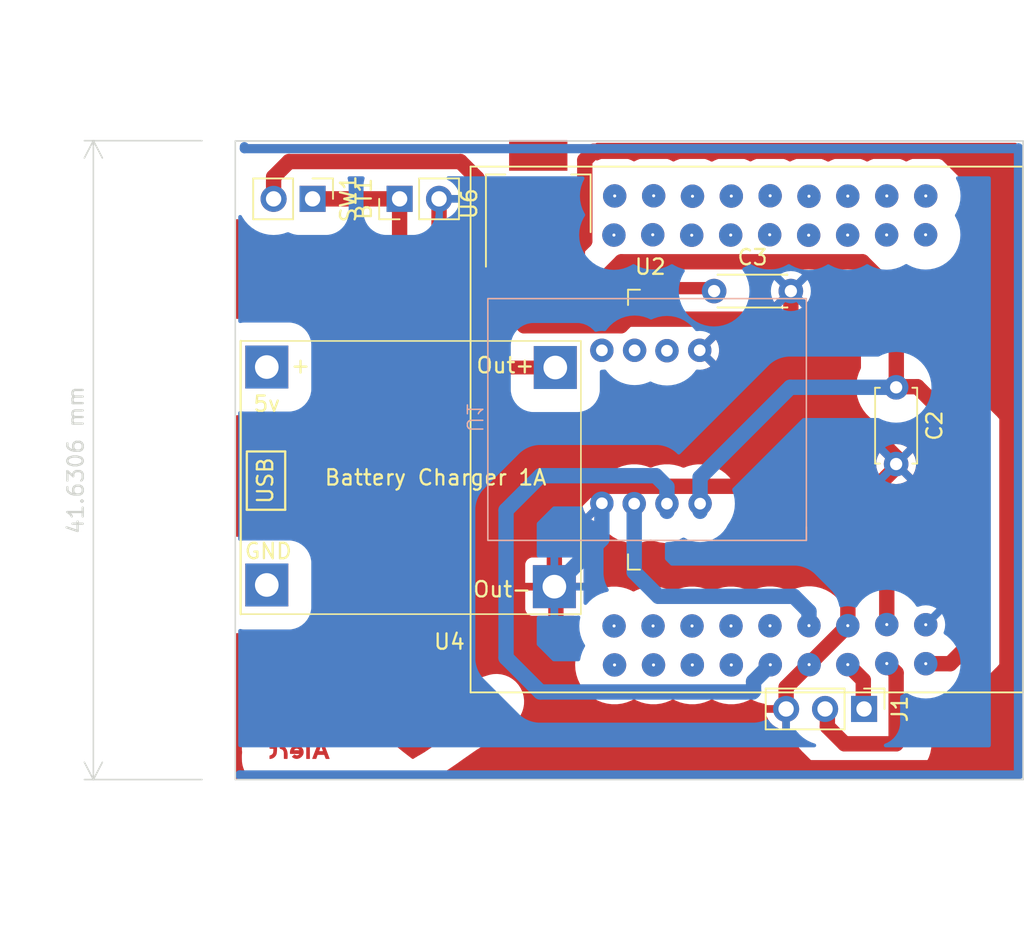
<source format=kicad_pcb>
(kicad_pcb (version 20221018) (generator pcbnew)
  (layers (0 "F.Cu" signal) (31 "B.Cu" signal) (34 "B.Paste" user) (35 "F.Paste" user) (36 "B.SilkS" user "B.Silkscreen") (37 "F.SilkS" user "F.Silkscreen") (38 "B.Mask" user) (39 "F.Mask" user) (44 "Edge.Cuts" user))
  (net 0 "")
  (net 1 "VDD")
  (net 2 "GNDREF")
  (net 15 "SCK")
  (net 16 "SDA")
  (net 25 "Net-(J1-Pin_2)")
  (net 26 "Net-(J1-Pin_1)")
  (net 27 "PWR")
  (net 36 "Net-(U6-VI)")
  (footprint "Connector_PinHeader_2.54mm:PinHeader_1x02_P2.54mm_Vertical" (layer "F.Cu") (at 118.475 47.51 -90)
    (fp_text reference "SW1")
    (fp_text value "SW_DIP_x01")
  )
  (footprint "TP 4056 18650:TP4056-18650" (layer "F.Cu") (at 113.79 56.77)
    (fp_text reference "U4")
    (fp_text value "TP4056")
  )
  (footprint "Capacitor_THT:C_Disc_D4.7mm_W2.5mm_P5.00mm" (layer "F.Cu") (at 156.5 59.79 -90)
    (fp_text reference "C2")
    (fp_text value "10u")
  )
  (footprint "MAX30102:logo alt AeroAlert" (layer "F.Cu") (at 122.570505 82.148041)
    (fp_text reference "G***" hide)
    (fp_text value "LOGO" hide)
  )
  (footprint "Package_TO_SOT_SMD:SOT-223" (layer "F.Cu") (at 133.18 47.83 90)
    (fp_text reference "U6")
    (fp_text value "LM1117DT-3.3")
  )
  (footprint "Capacitor_THT:C_Disc_D4.3mm_W1.9mm_P5.00mm" (layer "F.Cu") (at 144.64 53.52)
    (fp_text reference "C3")
    (fp_text value "10u")
  )
  (footprint "RF_Module:ESP32-WROOM-32" (layer "F.Cu") (at 148.91 62.55 -90)
    (fp_text reference "U2")
    (fp_text value "ESP32-WROOM-32")
  )
  (footprint "Connector_PinHeader_2.54mm:PinHeader_1x02_P2.54mm_Vertical" (layer "F.Cu") (at 124.145 47.51 90)
    (fp_text reference "BT1")
    (fp_text value "3.7V")
  )
  (footprint "Connector_PinHeader_2.54mm:PinHeader_1x03_P2.54mm_Vertical" (layer "F.Cu") (at 154.41 80.75 -90)
    (fp_text reference "J1")
    (fp_text value "Conn_01x03_Socket")
  )
  (footprint "MAX30102:MAX30102" (layer "B.Cu") (at 125.9454 80.2908 90)
    (fp_text reference "U1")
    (fp_text value "MAX30102")
  )
  (gr_line (start 113.44 43.7388) (end 113.44 85.35) (stroke (width 0.1)) (layer "Edge.Cuts"))
  (gr_line (start 164.77 85.35) (end 113.44 85.35) (stroke (width 0.1)) (layer "Edge.Cuts"))
  (gr_line (start 164.7698 43.7388) (end 113.44 43.7388) (stroke (width 0.1)) (layer "Edge.Cuts"))
  (gr_line (start 164.7698 43.7388) (end 164.7698 85.35) (stroke (width 0.1)) (layer "Edge.Cuts"))
  (dimension (type aligned) (layer "Edge.Cuts") (pts (xy 111.7698 43.7194) (xy 111.7698 85.35)) (height 7.579) (gr_text "41.6306 mm" (at 103.0408 64.5347 90) (layer "Edge.Cuts") (effects (font (size 1 1) (thickness 0.15)))) (format (prefix "") (suffix "") (units 3) (units_format 1) (precision 4)) (style (thickness 0.1) (arrow_length 1.27) (text_position_mode 0) (extension_height 0.58642) (extension_offset 0.5) keep_text_aligned))
  (segment (start 114.03 44.11) (end 114.03 44.24) (width 0.6) (layer "B.Cu") (net 0))
  (segment (start 164.4698 85.05) (end 113.74 85.05) (width 0.6) (layer "B.Cu") (net 0))
  (segment (start 113.74 85.05) (end 113.74 85.04) (width 0.6) (layer "B.Cu") (net 0))
  (segment (start 164.4698 44.19) (end 164.4698 85.05) (width 0.6) (layer "B.Cu") (net 0))
  (segment (start 164.4698 44.2002) (end 164.4698 44.19) (width 0.6) (layer "B.Cu") (net 0))
  (segment (start 164.43 44.24) (end 164.4698 44.2002) (width 0.6) (layer "B.Cu") (net 0))
  (segment (start 114.03 44.24) (end 164.43 44.24) (width 0.6) (layer "B.Cu") (net 0))
  (segment (start 154.3 51.61) (end 156.51 53.82) (width 1) (layer "F.Cu") (net 1))
  (segment (start 156.51 53.82) (end 156.51 59.78) (width 1) (layer "F.Cu") (net 1))
  (segment (start 161.42 76.4) (end 160.02 77.8) (width 1) (layer "F.Cu") (net 1))
  (segment (start 161.42 63.29) (end 161.42 76.4) (width 1) (layer "F.Cu") (net 1))
  (segment (start 157.14 70.71) (end 155.99 71.86) (width 1) (layer "F.Cu") (net 1))
  (segment (start 137.23 52.98) (end 138.6 51.61) (width 1) (layer "F.Cu") (net 1))
  (segment (start 133.42 52.98) (end 137.23 52.98) (width 1) (layer "F.Cu") (net 1))
  (segment (start 156.51 59.78) (end 156.5 59.79) (width 1) (layer "F.Cu") (net 1))
  (segment (start 157.88 59.75) (end 161.42 63.29) (width 1) (layer "F.Cu") (net 1))
  (segment (start 155.89 75.25) (end 155.89 71.9425) (width 1) (layer "F.Cu") (net 1))
  (segment (start 138.6 51.61) (end 154.3 51.61) (width 1) (layer "F.Cu") (net 1))
  (segment (start 156.5 59.79) (end 156.54 59.75) (width 1) (layer "F.Cu") (net 1))
  (segment (start 155.9675 71.86) (end 155.8875 71.94) (width 0.6) (layer "F.Cu") (net 1))
  (segment (start 155.89 71.9425) (end 155.8875 71.94) (width 1) (layer "F.Cu") (net 1))
  (segment (start 161.42 70.71) (end 157.14 70.71) (width 1) (layer "F.Cu") (net 1))
  (segment (start 133.18 52.74) (end 133.42 52.98) (width 1) (layer "F.Cu") (net 1))
  (segment (start 155.99 71.86) (end 155.9675 71.86) (width 1) (layer "F.Cu") (net 1))
  (segment (start 160.02 77.8) (end 158.43 77.8) (width 1) (layer "F.Cu") (net 1))
  (segment (start 133.18 51.21) (end 133.18 52.74) (width 1) (layer "F.Cu") (net 1))
  (segment (start 156.54 59.75) (end 157.88 59.75) (width 1) (layer "F.Cu") (net 1))
  (segment (start 143.7254 67.8708) (end 143.7254 65.6646) (width 1) (layer "B.Cu") (net 1))
  (segment (start 143.7254 65.6646) (end 149.6 59.79) (width 1) (layer "B.Cu") (net 1))
  (segment (start 149.6 59.79) (end 156.5 59.79) (width 1) (layer "B.Cu") (net 1))
  (segment (start 156.5 64.35) (end 156.5 64.79) (width 1) (layer "F.Cu") (net 2))
  (segment (start 134.33 72.88) (end 134.23 72.78) (width 1) (layer "F.Cu") (net 2))
  (segment (start 163.72 48.5) (end 163.72 80.18) (width 1) (layer "F.Cu") (net 2))
  (segment (start 153.3552 66.24) (end 153.3552 75.3148) (width 1) (layer "F.Cu") (net 2))
  (segment (start 136.65 66.24) (end 153.3552 66.24) (width 1) (layer "F.Cu") (net 2))
  (segment (start 134.23 72.78) (end 134.23 68.66) (width 1) (layer "F.Cu") (net 2))
  (segment (start 149.33 79.34) (end 149.33 80.75) (width 1) (layer "F.Cu") (net 2))
  (segment (start 131.350204 54.87) (end 132.260204 55.78) (width 1) (layer "F.Cu") (net 2))
  (segment (start 134.23 68.66) (end 136.65 66.24) (width 1) (layer "F.Cu") (net 2))
  (segment (start 149.64 53.52) (end 149.64 55.35) (width 1) (layer "F.Cu") (net 2))
  (segment (start 136.2112 44.9876) (end 136.7888 44.41) (width 1) (layer "F.Cu") (net 2))
  (segment (start 138.996355 55.35) (end 149.64 55.35) (width 1) (layer "F.Cu") (net 2))
  (segment (start 126.715 51.855) (end 129.73 54.87) (width 1) (layer "F.Cu") (net 2))
  (segment (start 126.715 47.51) (end 126.715 51.855) (width 1) (layer "F.Cu") (net 2))
  (segment (start 129.73 54.87) (end 131.350204 54.87) (width 1) (layer "F.Cu") (net 2))
  (segment (start 134.33 84.58) (end 134.33 72.88) (width 1) (layer "F.Cu") (net 2))
  (segment (start 153.3552 75.3148) (end 149.33 79.34) (width 1) (layer "F.Cu") (net 2))
  (segment (start 132.260204 55.78) (end 138.566355 55.78) (width 1) (layer "F.Cu") (net 2))
  (segment (start 149.64 55.35) (end 149.64 57.49) (width 1) (layer "F.Cu") (net 2))
  (segment (start 155.26 66.24) (end 153.3552 66.24) (width 1) (layer "F.Cu") (net 2))
  (segment (start 156.5 64.79) (end 156.5 65) (width 1) (layer "F.Cu") (net 2))
  (segment (start 135.48 50.98) (end 136.2112 50.2488) (width 1) (layer "F.Cu") (net 2))
  (segment (start 138.566355 55.78) (end 138.996355 55.35) (width 1) (layer "F.Cu") (net 2))
  (segment (start 136.2112 50.2488) (end 136.2112 44.9876) (width 1) (layer "F.Cu") (net 2))
  (segment (start 159.63 44.41) (end 163.72 48.5) (width 1) (layer "F.Cu") (net 2))
  (segment (start 149.64 57.49) (end 156.5 64.35) (width 1) (layer "F.Cu") (net 2))
  (segment (start 159.32 84.58) (end 134.33 84.58) (width 1) (layer "F.Cu") (net 2))
  (segment (start 163.72 80.18) (end 159.32 84.58) (width 1) (layer "F.Cu") (net 2))
  (segment (start 136.7888 44.41) (end 159.63 44.41) (width 1) (layer "F.Cu") (net 2))
  (segment (start 156.5 65) (end 155.26 66.24) (width 1) (layer "F.Cu") (net 2))
  (segment (start 137.3246 67.8454) (end 137.3246 69.6854) (width 1) (layer "B.Cu") (net 2))
  (segment (start 137.3246 69.6854) (end 134.23 72.78) (width 1) (layer "B.Cu") (net 2))
  (segment (start 141.00718 73.41) (end 139.4328 71.83562) (width 1) (layer "B.Cu") (net 15))
  (segment (start 139.4328 71.83562) (end 139.4328 67.8708) (width 1) (layer "B.Cu") (net 15))
  (segment (start 150.82 74.3968) (end 149.8332 73.41) (width 1) (layer "B.Cu") (net 15))
  (segment (start 150.82 75.32) (end 150.82 74.3968) (width 1) (layer "B.Cu") (net 15))
  (segment (start 149.8332 73.41) (end 141.00718 73.41) (width 1) (layer "B.Cu") (net 15))
  (segment (start 133.312 79.642) (end 131.08 77.41) (width 1) (layer "B.Cu") (net 16))
  (segment (start 131.08 67.8) (end 133.33 65.55) (width 1) (layer "B.Cu") (net 16))
  (segment (start 148.3 77.87) (end 147.21 78.96) (width 1) (layer "B.Cu") (net 16))
  (segment (start 147.21 78.96) (end 147.21 79.58) (width 1) (layer "B.Cu") (net 16))
  (segment (start 147.21 79.58) (end 147.148 79.642) (width 1) (layer "B.Cu") (net 16))
  (segment (start 141.5664 66.2764) (end 141.5664 67.8708) (width 1) (layer "B.Cu") (net 16))
  (segment (start 147.148 79.642) (end 133.312 79.642) (width 1) (layer "B.Cu") (net 16))
  (segment (start 140.84 65.55) (end 141.5664 66.2764) (width 1) (layer "B.Cu") (net 16))
  (segment (start 133.33 65.55) (end 140.84 65.55) (width 1) (layer "B.Cu") (net 16))
  (segment (start 131.08 77.41) (end 131.08 67.8) (width 1) (layer "B.Cu") (net 16))
  (segment (start 153.14 83.02) (end 152.02 81.9) (width 1) (layer "F.Cu") (net 25))
  (segment (start 156.5 78.4) (end 156.5 83.02) (width 1) (layer "F.Cu") (net 25))
  (segment (start 156.5 83.02) (end 153.14 83.02) (width 1) (layer "F.Cu") (net 25))
  (segment (start 155.89 77.79) (end 156.5 78.4) (width 1) (layer "F.Cu") (net 25))
  (segment (start 152.02 80.9) (end 151.87 80.75) (width 1) (layer "F.Cu") (net 25))
  (segment (start 152.02 81.9) (end 152.02 80.9) (width 1) (layer "F.Cu") (net 25))
  (segment (start 153.35 77.86) (end 154.36 78.87) (width 1) (layer "F.Cu") (net 26))
  (segment (start 154.36 80.7) (end 154.41 80.75) (width 1) (layer "F.Cu") (net 26))
  (segment (start 154.36 78.87) (end 154.36 80.7) (width 1) (layer "F.Cu") (net 26))
  (segment (start 134.29 58.5) (end 133.93 58.14) (width 0.6) (layer "F.Cu") (net 27))
  (segment (start 126.95 58.5) (end 134.29 58.5) (width 0.9) (layer "F.Cu") (net 27))
  (segment (start 133.9025 57.93) (end 133.955 57.8775) (width 1) (layer "F.Cu") (net 27))
  (segment (start 124.1 55.65) (end 126.95 58.5) (width 0.9) (layer "F.Cu") (net 27))
  (segment (start 124.1 54.625) (end 124.1 55.65) (width 1) (layer "F.Cu") (net 27))
  (segment (start 124.145 54.58) (end 124.1 54.625) (width 0.6) (layer "F.Cu") (net 27))
  (segment (start 124.145 47.51) (end 124.145 54.58) (width 1) (layer "F.Cu") (net 27))
  (segment (start 118.475 47.51) (end 124.145 47.51) (width 1) (layer "F.Cu") (net 27))
  (segment (start 144.45 53.33) (end 138.859898 53.33) (width 0.8) (layer "F.Cu") (net 36))
  (segment (start 137.809899 54.38) (end 132.840101 54.38) (width 0.8) (layer "F.Cu") (net 36))
  (segment (start 116.94 45.08) (end 115.935 46.085) (width 1) (layer "F.Cu") (net 36))
  (segment (start 132.840101 54.38) (end 130.88 52.419898) (width 0.8) (layer "F.Cu") (net 36))
  (segment (start 128.1 45.08) (end 116.94 45.08) (width 1) (layer "F.Cu") (net 36))
  (segment (start 130.88 50.98) (end 129.19 49.29) (width 1) (layer "F.Cu") (net 36))
  (segment (start 115.935 46.085) (end 115.935 47.51) (width 1) (layer "F.Cu") (net 36))
  (segment (start 144.64 53.52) (end 144.45 53.33) (width 0.8) (layer "F.Cu") (net 36))
  (segment (start 138.859898 53.33) (end 137.809899 54.38) (width 0.8) (layer "F.Cu") (net 36))
  (segment (start 130.88 52.419898) (end 130.88 50.98) (width 0.8) (layer "F.Cu") (net 36))
  (segment (start 129.19 46.17) (end 128.1 45.08) (width 1) (layer "F.Cu") (net 36))
  (segment (start 129.19 49.29) (end 129.19 46.17) (width 1) (layer "F.Cu") (net 36))
  (zone (net 2) (net_name "GNDREF") (layer "F.Cu") (connect_pads (clearance 1.8)) (min_thickness 0.25) (fill yes (thermal_gap 0.5) (thermal_bridge_width 0.5))
    (polygon (pts (xy 111.92 43.86) (xy 164.4 43.86) (xy 164.4 93.36) (xy 111.92 93.36)))
  )
  (zone (net 2) (net_name "GNDREF") (layer "B.Cu") (priority 2) (connect_pads (clearance 1.5)) (min_thickness 0.25) (fill yes (thermal_gap 0.5) (thermal_bridge_width 0.5))
    (polygon (pts (xy 164.4 43.86) (xy 164.4 89.72) (xy 164.39 89.73) (xy 113.69 89.73) (xy 113.63 89.67) (xy 113.63 43.86)))
  )
)
</source>
